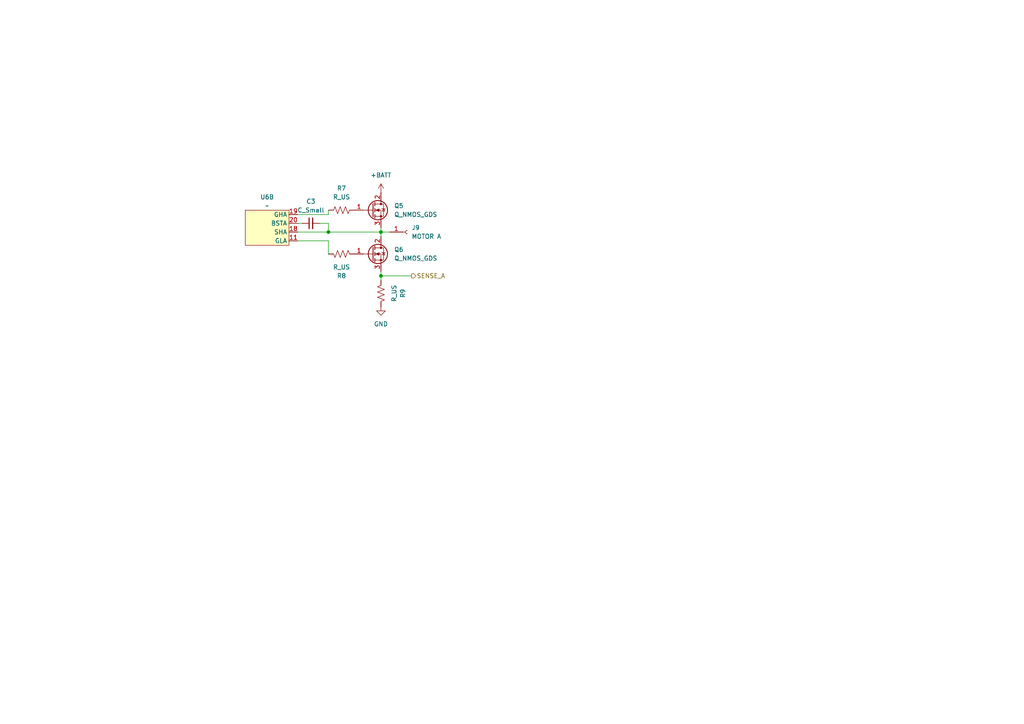
<source format=kicad_sch>
(kicad_sch (version 20231120) (generator "eeschema") (generator_version "8.0")
  (paper "A4")
  (lib_symbols
    (symbol "Connector:Conn_01x01_Socket" (pin_names (offset 1.016) hide)
      (property "Reference" "J" (at 0 2.54 0))
      (property "Value" "Conn_01x01_Socket" (at 0 -2.54 0))
      (symbol "Conn_01x01_Socket_1_1"
        (polyline (pts (xy -1.27 0) (xy -0.508 0)) (stroke (width 0.1524)))
        (arc (start 0 0.508) (mid -0.5058 0) (end 0 -0.508) (stroke (width 0.1524)))
        (pin passive line (at -5.08 0 0) (length 3.81) (name "Pin_1") (number "1"))
      )
    )
    (symbol "DRV8300DRGER_1"
      (property "Reference" "U" (at 0.254 6.858 0))
      (property "Value" "DRV8300DRGER" (at 0.254 5.08 0))
      (symbol "DRV8300DRGER_1_1_1"
        (rectangle (start -12.7 3.81) (end 12.7 -21.59) (fill (type background)))
        (pin input line (at -15.24 -10.16 0) (length 2.54) (name "INLA") (number "1"))
        (pin input line (at -15.24 -12.7 0) (length 2.54) (name "INLB") (number "2"))
        (pin input line (at 15.24 -2.54 180) (length 2.54) (name "DT") (number "21"))
        (pin input line (at -15.24 -2.54 0) (length 2.54) (name "INHA") (number "22"))
        (pin input line (at -15.24 -5.08 0) (length 2.54) (name "INHB") (number "23"))
        (pin input line (at -15.24 -7.62 0) (length 2.54) (name "INHC") (number "24"))
        (pin input line (at -15.24 -15.24 0) (length 2.54) (name "INLC") (number "3"))
        (pin power_in line (at 0 6.35 270) (length 2.54) (name "GVDD") (number "4"))
        (pin input line (at 15.24 -5.08 180) (length 2.54) (name "MODE") (number "5"))
        (pin power_out line (at 0 -24.13 90) (length 2.54) (name "GND") (number "6"))
        (pin unspecified non_logic (at 15.24 -15.24 180) (length 2.54) (name "NC/GND") (number "7"))
        (pin unspecified non_logic (at 15.24 -15.24 180) (length 2.54) hide (name "NC/GND") (number "8"))
      )
      (symbol "DRV8300DRGER_1_2_1"
        (rectangle (start -6.35 2.54) (end 6.35 -7.62) (fill (type background)))
        (pin output line (at 8.89 -6.35 180) (length 2.54) (name "GLA") (number "11"))
        (pin output line (at 8.89 -3.81 180) (length 2.54) (name "SHA") (number "18"))
        (pin output line (at 8.89 1.27 180) (length 2.54) (name "GHA") (number "19"))
        (pin output line (at 8.89 -1.27 180) (length 2.54) (name "BSTA") (number "20"))
      )
      (symbol "DRV8300DRGER_1_3_1"
        (rectangle (start -6.35 2.54) (end 6.35 -7.62) (fill (type background)))
        (pin output line (at 8.89 -6.35 180) (length 2.54) (name "GLB") (number "10"))
        (pin output line (at 8.89 -3.81 180) (length 2.54) (name "SHB") (number "15"))
        (pin output line (at 8.89 1.27 180) (length 2.54) (name "GHB") (number "16"))
        (pin output line (at 8.89 -1.27 180) (length 2.54) (name "BSTB") (number "17"))
      )
      (symbol "DRV8300DRGER_1_4_1"
        (rectangle (start -6.35 2.54) (end 6.35 -7.62) (fill (type background)))
        (pin output line (at 8.89 -3.81 180) (length 2.54) (name "SHC") (number "12"))
        (pin output line (at 8.89 1.27 180) (length 2.54) (name "GHC") (number "13"))
        (pin output line (at 8.89 -1.27 180) (length 2.54) (name "BSTC") (number "14"))
        (pin output line (at 8.89 -6.35 180) (length 2.54) (name "GLC") (number "9"))
      )
    )
    (symbol "Device:C_Small" (pin_numbers hide) (pin_names (offset 0.254) hide)
      (property "Reference" "C" (at 0.254 1.778 0))
      (property "Value" "C_Small" (at 0.254 -2.032 0))
      (symbol "C_Small_0_1"
        (polyline (pts (xy -1.524 -0.508) (xy 1.524 -0.508)) (stroke (width 0.3302)))
        (polyline (pts (xy -1.524 0.508) (xy 1.524 0.508)) (stroke (width 0.3048)))
      )
      (symbol "C_Small_1_1"
        (pin passive line (at 0 2.54 270) (length 2.032) (name "~") (number "1"))
        (pin passive line (at 0 -2.54 90) (length 2.032) (name "~") (number "2"))
      )
    )
    (symbol "Device:Q_NMOS_GDS" (pin_names (offset 0) hide)
      (property "Reference" "Q" (at 5.08 1.27 0))
      (property "Value" "Q_NMOS_GDS" (at 5.08 -1.27 0))
      (symbol "Q_NMOS_GDS_0_1"
        (polyline (pts (xy 0.254 0) (xy -2.54 0)))
        (polyline (pts (xy 0.254 1.905) (xy 0.254 -1.905)) (stroke (width 0.254)))
        (polyline (pts (xy 0.762 -1.27) (xy 0.762 -2.286)) (stroke (width 0.254)))
        (polyline (pts (xy 0.762 0.508) (xy 0.762 -0.508)) (stroke (width 0.254)))
        (polyline (pts (xy 0.762 2.286) (xy 0.762 1.27)) (stroke (width 0.254)))
        (polyline (pts (xy 2.54 2.54) (xy 2.54 1.778)))
        (polyline (pts (xy 2.54 -2.54) (xy 2.54 0) (xy 0.762 0)))
        (polyline (pts (xy 0.762 -1.778) (xy 3.302 -1.778) (xy 3.302 1.778) (xy 0.762 1.778)))
        (polyline (pts (xy 1.016 0) (xy 2.032 0.381) (xy 2.032 -0.381) (xy 1.016 0)) (fill (type outline)))
        (polyline (pts (xy 2.794 0.508) (xy 2.921 0.381) (xy 3.683 0.381) (xy 3.81 0.254)))
        (polyline (pts (xy 3.302 0.381) (xy 2.921 -0.254) (xy 3.683 -0.254) (xy 3.302 0.381)))
        (circle (center 1.651 0) (radius 2.794) (stroke (width 0.254)))
        (circle (center 2.54 -1.778) (radius 0.254) (fill (type outline)))
        (circle (center 2.54 1.778) (radius 0.254) (fill (type outline)))
      )
      (symbol "Q_NMOS_GDS_1_1"
        (pin input line (at -5.08 0 0) (length 2.54) (name "G") (number "1"))
        (pin passive line (at 2.54 5.08 270) (length 2.54) (name "D") (number "2"))
        (pin passive line (at 2.54 -5.08 90) (length 2.54) (name "S") (number "3"))
      )
    )
    (symbol "Device:R_US" (pin_numbers hide) (pin_names (offset 0))
      (property "Reference" "R" (at 2.54 0 90))
      (property "Value" "R_US" (at -2.54 0 90))
      (symbol "R_US_0_1"
        (polyline (pts (xy 0 -2.286) (xy 0 -2.54)))
        (polyline (pts (xy 0 2.286) (xy 0 2.54)))
        (polyline (pts (xy 0 -0.762) (xy 1.016 -1.143) (xy 0 -1.524) (xy -1.016 -1.905) (xy 0 -2.286)))
        (polyline (pts (xy 0 0.762) (xy 1.016 0.381) (xy 0 0) (xy -1.016 -0.381) (xy 0 -0.762)))
        (polyline (pts (xy 0 2.286) (xy 1.016 1.905) (xy 0 1.524) (xy -1.016 1.143) (xy 0 0.762)))
      )
      (symbol "R_US_1_1"
        (pin passive line (at 0 3.81 270) (length 1.27) (name "~") (number "1"))
        (pin passive line (at 0 -3.81 90) (length 1.27) (name "~") (number "2"))
      )
    )
    (symbol "power:+BATT" (power) (pin_numbers hide) (pin_names (offset 0) hide)
      (property "Value" "+BATT" (at 0 3.556 0))
      (symbol "+BATT_0_1"
        (polyline (pts (xy -0.762 1.27) (xy 0 2.54)))
        (polyline (pts (xy 0 0) (xy 0 2.54)))
        (polyline (pts (xy 0 2.54) (xy 0.762 1.27)))
      )
      (symbol "+BATT_1_1"
        (pin power_in line (at 0 0 90) (length 0) (name "~") (number "1"))
      )
    )
    (symbol "power:GND" (power) (pin_numbers hide) (pin_names (offset 0) hide)
      (property "Value" "GND" (at 0 -3.81 0))
      (symbol "GND_0_1"
        (polyline (pts (xy 0 0) (xy 0 -1.27) (xy 1.27 -1.27) (xy 0 -2.54) (xy -1.27 -1.27) (xy 0 -1.27)))
      )
      (symbol "GND_1_1"
        (pin power_in line (at 0 0 270) (length 0) (name "~") (number "1"))
      )
    )
  )
  (junction (at 110.49 67.31))
  (junction (at 95.25 67.31))
  (junction (at 110.49 80.01))
  (wire (pts (xy 95.25 69.85) (xy 95.25 73.66)))
  (wire (pts (xy 110.49 80.01) (xy 110.49 81.28)))
  (wire (pts (xy 86.36 62.23) (xy 95.25 62.23)))
  (wire (pts (xy 87.63 64.77) (xy 86.36 64.77)))
  (wire (pts (xy 95.25 64.77) (xy 95.25 67.31)))
  (wire (pts (xy 119.38 80.01) (xy 110.49 80.01)))
  (wire (pts (xy 113.03 67.31) (xy 110.49 67.31)))
  (wire (pts (xy 110.49 78.74) (xy 110.49 80.01)))
  (wire (pts (xy 86.36 69.85) (xy 95.25 69.85)))
  (wire (pts (xy 110.49 67.31) (xy 110.49 66.04)))
  (wire (pts (xy 92.71 64.77) (xy 95.25 64.77)))
  (wire (pts (xy 110.49 67.31) (xy 110.49 68.58)))
  (wire (pts (xy 86.36 67.31) (xy 95.25 67.31)))
  (wire (pts (xy 95.25 67.31) (xy 110.49 67.31)))
  (wire (pts (xy 95.25 62.23) (xy 95.25 60.96)))
  (hierarchical_label "SENSE_A" (shape output) (at 119.38 80.01 0))
  (symbol (lib_name "DRV8300DRGER_1") (lib_id "symbols:DRV8300DRGER") (at 77.47 63.5 0) (unit 2)
    (property "Reference" "U1" (at 77.47 57.15 0))
    (property "Value" "~" (at 77.47 59.69 0))
    (property "Footprint" "Package_DFN_QFN:VQFN-24-1EP_4x4mm_P0.5mm_EP2.45x2.45mm" (effects (hide yes)))
    (property "Description" "Triple half H-bridge" (effects (hide yes)))
    (instances (project "bldc" (path "" (reference "U6") (unit 2)) (path "" (reference "U1") (unit 2)) (path "" (reference "U5") (unit 2))))
  )
  (symbol (lib_id "Device:C_Small") (at 90.17 64.77 90) (unit 1)
    (property "Reference" "C1" (at 90.1763 58.42 90))
    (property "Value" "C_Small" (at 90.1763 60.96 90))
    (property "Footprint" "Capacitor_SMD:C_0805_2012Metric" (effects (hide yes)))
    (property "Description" "Unpolarized capacitor, small symbol" (effects (hide yes)))
    (instances (project "bldc" (path "" (reference "C3") (unit 1)) (path "" (reference "C1") (unit 1)) (path "" (reference "C2") (unit 1))))
  )
  (symbol (lib_id "Connector:Conn_01x01_Socket") (at 118.11 67.31 0) (unit 1)
    (property "Reference" "J7" (at 119.38 66.0399 0) (effects (justify left)))
    (property "Value" "MOTOR A" (at 119.38 68.5799 0) (effects (justify left)))
    (property "Footprint" "Connector_Wire:SolderWire-0.25sqmm_1x01_D0.65mm_OD1.7mm" (effects (hide yes)))
    (property "Description" "Generic connector, single row, 01x01, script generated" (effects (hide yes)))
    (instances (project "bldc" (path "" (reference "J9") (unit 1)) (path "" (reference "J7") (unit 1)) (path "" (reference "J8") (unit 1))))
  )
  (symbol (lib_id "Device:R_US") (at 110.49 85.09 0) (mirror x) (unit 1)
    (property "Reference" "R3" (at 116.84 85.09 90))
    (property "Value" "R_US" (at 114.3 85.09 90))
    (property "Footprint" "Resistor_SMD:R_2512_6332Metric" (effects (hide yes)))
    (property "Description" "Resistor, US symbol" (effects (hide yes)))
    (instances (project "bldc" (path "" (reference "R9") (unit 1)) (path "" (reference "R3") (unit 1)) (path "" (reference "R6") (unit 1))))
  )
  (symbol (lib_id "Device:R_US") (at 99.06 73.66 90) (mirror x) (unit 1)
    (property "Reference" "R2" (at 99.06 80.01 90))
    (property "Value" "R_US" (at 99.06 77.47 90))
    (property "Footprint" "Resistor_SMD:R_0603_1608Metric" (effects (hide yes)))
    (property "Description" "Resistor, US symbol" (effects (hide yes)))
    (instances (project "bldc" (path "" (reference "R8") (unit 1)) (path "" (reference "R2") (unit 1)) (path "" (reference "R5") (unit 1))))
  )
  (symbol (lib_id "Device:Q_NMOS_GDS") (at 107.95 60.96 0) (unit 1)
    (property "Reference" "Q1" (at 114.3 59.6899 0) (effects (justify left)))
    (property "Value" "Q_NMOS_GDS" (at 114.3 62.2299 0) (effects (justify left)))
    (property "Footprint" "Package_TO_SOT_SMD:TO-252-2" (effects (hide yes)))
    (property "Description" "N-MOSFET transistor, gate/drain/source" (effects (hide yes)))
    (instances (project "bldc" (path "" (reference "Q5") (unit 1)) (path "" (reference "Q1") (unit 1)) (path "" (reference "Q3") (unit 1))))
  )
  (symbol (lib_id "power:GND") (at 110.49 88.9 0) (unit 1)
    (property "Reference" "#PWR04" (effects (hide yes)))
    (property "Value" "GND" (at 110.49 93.98 0))
    (property "Description" "Power symbol creates a global label with name \"GND\" , ground" (effects (hide yes)))
    (instances (project "bldc" (path "" (reference "#PWR08") (unit 1)) (path "" (reference "#PWR04") (unit 1)) (path "" (reference "#PWR06") (unit 1))))
  )
  (symbol (lib_id "power:+BATT") (at 110.49 55.88 0) (unit 1)
    (property "Reference" "#PWR03" (effects (hide yes)))
    (property "Value" "+BATT" (at 110.49 50.8 0))
    (property "Description" "Power symbol creates a global label with name \"+BATT\"" (effects (hide yes)))
    (instances (project "bldc" (path "" (reference "#PWR07") (unit 1)) (path "" (reference "#PWR03") (unit 1)) (path "" (reference "#PWR05") (unit 1))))
  )
  (symbol (lib_id "Device:Q_NMOS_GDS") (at 107.95 73.66 0) (unit 1)
    (property "Reference" "Q2" (at 114.3 72.3899 0) (effects (justify left)))
    (property "Value" "Q_NMOS_GDS" (at 114.3 74.9299 0) (effects (justify left)))
    (property "Footprint" "Package_TO_SOT_SMD:TO-252-2" (effects (hide yes)))
    (property "Description" "N-MOSFET transistor, gate/drain/source" (effects (hide yes)))
    (instances (project "bldc" (path "" (reference "Q6") (unit 1)) (path "" (reference "Q2") (unit 1)) (path "" (reference "Q4") (unit 1))))
  )
  (symbol (lib_id "Device:R_US") (at 99.06 60.96 90) (unit 1)
    (property "Reference" "R1" (at 99.06 54.61 90))
    (property "Value" "R_US" (at 99.06 57.15 90))
    (property "Footprint" "Resistor_SMD:R_0603_1608Metric" (effects (hide yes)))
    (property "Description" "Resistor, US symbol" (effects (hide yes)))
    (instances (project "bldc" (path "" (reference "R7") (unit 1)) (path "" (reference "R1") (unit 1)) (path "" (reference "R4") (unit 1))))
  )
)
</source>
